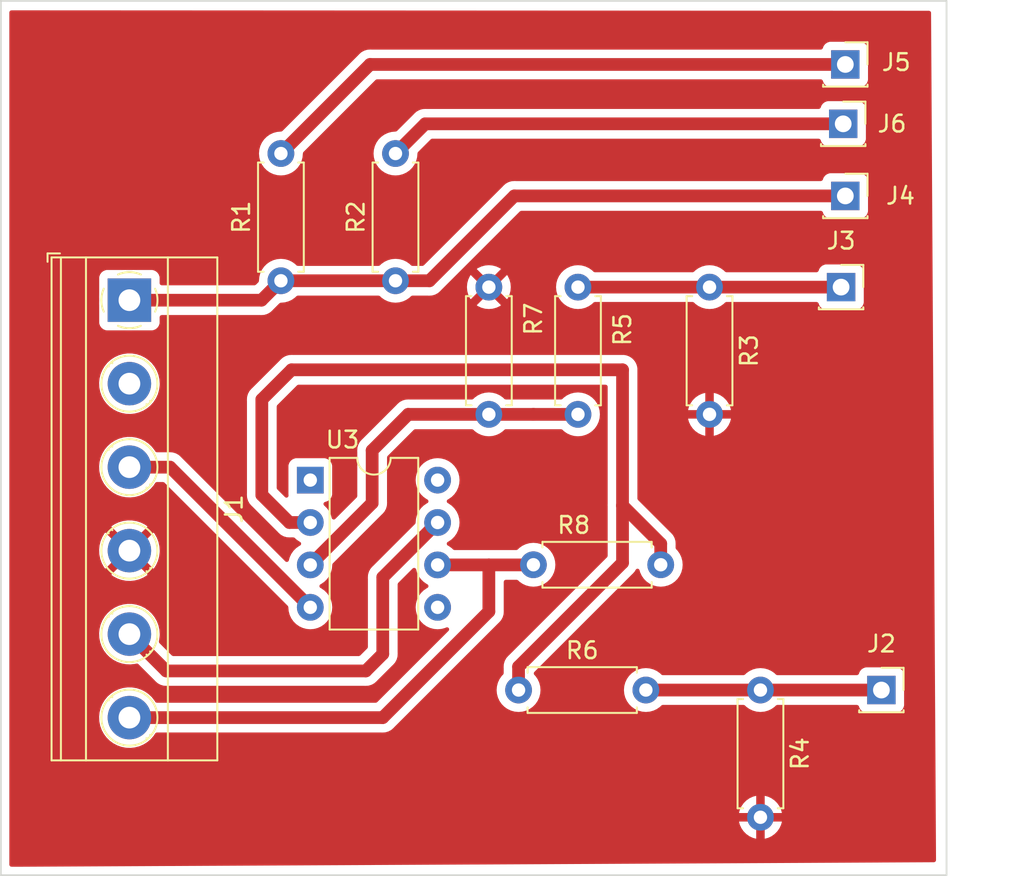
<source format=kicad_pcb>
(kicad_pcb (version 20211014) (generator pcbnew)
  (layers (0 "F.Cu" signal) (31 "B.Cu" signal) (34 "B.Paste" user) (35 "F.Paste" user) (36 "B.SilkS" user "B.Silkscreen") (37 "F.SilkS" user "F.Silkscreen") (38 "B.Mask" user) (39 "F.Mask" user) (44 "Edge.Cuts" user))
  (net 0 "")
  (net 1 "GND")
  (net 2 "Net-(D1-Pad2)")
  (net 3 "/LED_out")
  (net 4 "/5V")
  (net 5 "Net-(R6-Pad1)")
  (net 6 "/+15V")
  (net 8 "/-15V")
  (net 10 "/OUT")
  (net 12 "Net-(R5-Pad2)")
  (net 13 "Net-(D2-Pad2)")
  (net 14 "Net-(J2-Pad1)")
  (net 15 "Net-(J3-Pad1)")
  (footprint "TerminalBlock_Phoenix:TerminalBlock_Phoenix_MKDS-1,5-6_1x06_P5.00mm_Horizontal" (layer "F.Cu") (at 137.49 64.917 -90)
    (fp_text reference "J1" (at 12.5 -6.26 -90) (layer "F.SilkS"))
    (fp_text value "Screw_Terminal_01x06")
    (fp_line (start 13.966 1.239) (end 13.931 1.274) (layer "F.SilkS") (width 0.12))
    (fp_line (start -2.56 -2.301) (end 27.56 -2.301) (layer "F.SilkS") (width 0.12))
    (fp_line (start -2.56 -5.261) (end 27.56 -5.261) (layer "F.SilkS") (width 0.12))
    (fp_line (start 23.966 1.239) (end 23.931 1.274) (layer "F.SilkS") (width 0.12))
    (fp_line (start -2.8 4.16) (end -2.8 4.9) (layer "F.SilkS") (width 0.12))
    (fp_line (start 11.07 -1.275) (end 11.035 -1.239) (layer "F.SilkS") (width 0.12))
    (fp_line (start 13.773 1.023) (end 13.726 1.069) (layer "F.SilkS") (width 0.12))
    (fp_line (start 26.275 -1.069) (end 26.228 -1.023) (layer "F.SilkS") (width 0.12))
    (fp_line (start 27.56 -5.261) (end 27.56 4.66) (layer "F.SilkS") (width 0.12))
    (fp_line (start 18.966 1.239) (end 18.931 1.274) (layer "F.SilkS") (width 0.12))
    (fp_line (start 26.07 -1.275) (end 26.035 -1.239) (layer "F.SilkS") (width 0.12))
    (fp_line (start -2.56 2.6) (end 27.56 2.6) (layer "F.SilkS") (width 0.12))
    (fp_line (start 8.773 1.023) (end 8.726 1.069) (layer "F.SilkS") (width 0.12))
    (fp_line (start -2.8 4.9) (end -2.3 4.9) (layer "F.SilkS") (width 0.12))
    (fp_line (start -2.56 4.66) (end 27.56 4.66) (layer "F.SilkS") (width 0.12))
    (fp_line (start 21.275 -1.069) (end 21.228 -1.023) (layer "F.SilkS") (width 0.12))
    (fp_line (start 23.773 1.023) (end 23.726 1.069) (layer "F.SilkS") (width 0.12))
    (fp_line (start -2.56 -5.261) (end -2.56 4.66) (layer "F.SilkS") (width 0.12))
    (fp_line (start 6.07 -1.275) (end 6.035 -1.239) (layer "F.SilkS") (width 0.12))
    (fp_line (start -2.56 4.1) (end 27.56 4.1) (layer "F.SilkS") (width 0.12))
    (fp_line (start 3.966 1.239) (end 3.931 1.274) (layer "F.SilkS") (width 0.12))
    (fp_line (start 3.773 1.023) (end 3.726 1.069) (layer "F.SilkS") (width 0.12))
    (fp_line (start 18.773 1.023) (end 18.726 1.069) (layer "F.SilkS") (width 0.12))
    (fp_line (start 16.07 -1.275) (end 16.035 -1.239) (layer "F.SilkS") (width 0.12))
    (fp_line (start 8.966 1.239) (end 8.931 1.274) (layer "F.SilkS") (width 0.12))
    (fp_line (start 6.275 -1.069) (end 6.228 -1.023) (layer "F.SilkS") (width 0.12))
    (fp_line (start 16.275 -1.069) (end 16.228 -1.023) (layer "F.SilkS") (width 0.12))
    (fp_line (start 11.275 -1.069) (end 11.228 -1.023) (layer "F.SilkS") (width 0.12))
    (fp_line (start 21.07 -1.275) (end 21.035 -1.239) (layer "F.SilkS") (width 0.12))
    (fp_arc (start -1.535427 0.683042) (mid -1.680501 -0.000524) (end -1.535 -0.684) (layer "F.SilkS") (width 0.12))
    (fp_arc (start 0.028805 1.680253) (mid -0.335551 1.646659) (end -0.684 1.535) (layer "F.SilkS") (width 0.12))
    (fp_arc (start -0.683042 -1.535427) (mid 0.000524 -1.680501) (end 0.684 -1.535) (layer "F.SilkS") (width 0.12))
    (fp_arc (start 1.535427 -0.683042) (mid 1.680501 0.000524) (end 1.535 0.684) (layer "F.SilkS") (width 0.12))
    (fp_arc (start 0.683318 1.534756) (mid 0.349292 1.643288) (end 0 1.68) (layer "F.SilkS") (width 0.12))
    (fp_circle (center 10 0) (end 11.68 0) (layer "F.SilkS") (width 0.12) (fill none))
    (fp_circle (center 20 0) (end 21.68 0) (layer "F.SilkS") (width 0.12) (fill none))
    (fp_circle (center 25 0) (end 26.68 0) (layer "F.SilkS") (width 0.12) (fill none))
    (fp_circle (center 15 0) (end 16.68 0) (layer "F.SilkS") (width 0.12) (fill none))
    (fp_circle (center 5 0) (end 6.68 0) (layer "F.SilkS") (width 0.12) (fill none))
    (pad "1" thru_hole rect (at 0 0 270) (size 2.6 2.6) (drill 1.3) (layers *.Cu *.Mask) (net 4 "/5V"))
    (pad "2" thru_hole circle (at 5 0 270) (size 2.6 2.6) (drill 1.3) (layers *.Cu *.Mask) (net 3 "/LED_out"))
    (pad "3" thru_hole circle (at 10 0 270) (size 2.6 2.6) (drill 1.3) (layers *.Cu *.Mask) (net 8 "/-15V"))
    (pad "4" thru_hole circle (at 15 0 270) (size 2.6 2.6) (drill 1.3) (layers *.Cu *.Mask) (net 1 "GND"))
    (pad "5" thru_hole circle (at 20 0 270) (size 2.6 2.6) (drill 1.3) (layers *.Cu *.Mask) (net 6 "/+15V"))
    (pad "6" thru_hole circle (at 25 0 270) (size 2.6 2.6) (drill 1.3) (layers *.Cu *.Mask) (net 10 "/OUT"))
  )
  (footprint "Resistor_THT:R_Axial_DIN0207_L6.3mm_D2.5mm_P7.62mm_Horizontal" (layer "F.Cu") (at 160.782 88.265)
    (fp_text reference "R6" (at 3.81 -2.37) (layer "F.SilkS"))
    (fp_text value "10k")
    (fp_line (start 0.54 1.04) (end 0.54 1.37) (layer "F.SilkS") (width 0.12))
    (fp_line (start 7.08 1.37) (end 7.08 1.04) (layer "F.SilkS") (width 0.12))
    (fp_line (start 7.08 -1.37) (end 7.08 -1.04) (layer "F.SilkS") (width 0.12))
    (fp_line (start 0.54 -1.04) (end 0.54 -1.37) (layer "F.SilkS") (width 0.12))
    (fp_line (start 0.54 1.37) (end 7.08 1.37) (layer "F.SilkS") (width 0.12))
    (fp_line (start 0.54 -1.37) (end 7.08 -1.37) (layer "F.SilkS") (width 0.12))
    (pad "1" thru_hole circle (at 0 0) (size 1.6 1.6) (drill 0.8) (layers *.Cu *.Mask) (net 5 "Net-(R6-Pad1)"))
    (pad "2" thru_hole oval (at 7.62 0) (size 1.6 1.6) (drill 0.8) (layers *.Cu *.Mask) (net 14 "Net-(J2-Pad1)"))
  )
  (footprint "Resistor_THT:R_Axial_DIN0207_L6.3mm_D2.5mm_P7.62mm_Horizontal" (layer "F.Cu") (at 161.671 80.762)
    (fp_text reference "R8" (at 2.413 -2.37) (layer "F.SilkS"))
    (fp_text value "100k")
    (fp_line (start 0.54 -1.04) (end 0.54 -1.37) (layer "F.SilkS") (width 0.12))
    (fp_line (start 0.54 -1.37) (end 7.08 -1.37) (layer "F.SilkS") (width 0.12))
    (fp_line (start 0.54 1.37) (end 7.08 1.37) (layer "F.SilkS") (width 0.12))
    (fp_line (start 7.08 -1.37) (end 7.08 -1.04) (layer "F.SilkS") (width 0.12))
    (fp_line (start 7.08 1.37) (end 7.08 1.04) (layer "F.SilkS") (width 0.12))
    (fp_line (start 0.54 1.04) (end 0.54 1.37) (layer "F.SilkS") (width 0.12))
    (pad "1" thru_hole circle (at 0 0) (size 1.6 1.6) (drill 0.8) (layers *.Cu *.Mask) (net 10 "/OUT"))
    (pad "2" thru_hole oval (at 7.62 0) (size 1.6 1.6) (drill 0.8) (layers *.Cu *.Mask) (net 5 "Net-(R6-Pad1)"))
  )
  (footprint "Package_DIP:DIP-8_W7.62mm" (layer "F.Cu") (at 148.316 75.692)
    (fp_text reference "U3" (at 1.925 -2.413) (layer "F.SilkS"))
    (fp_text value "LM741")
    (fp_line (start 1.16 8.95) (end 6.46 8.95) (layer "F.SilkS") (width 0.12))
    (fp_line (start 2.81 -1.33) (end 1.16 -1.33) (layer "F.SilkS") (width 0.12))
    (fp_line (start 6.46 -1.33) (end 4.81 -1.33) (layer "F.SilkS") (width 0.12))
    (fp_line (start 1.16 -1.33) (end 1.16 8.95) (layer "F.SilkS") (width 0.12))
    (fp_line (start 6.46 8.95) (end 6.46 -1.33) (layer "F.SilkS") (width 0.12))
    (fp_arc (start 4.81 -1.33) (mid 3.81 -0.33) (end 2.81 -1.33) (layer "F.SilkS") (width 0.12))
    (pad "1" thru_hole rect (at 0 0) (size 1.6 1.6) (drill 0.8) (layers *.Cu *.Mask))
    (pad "2" thru_hole oval (at 0 2.54) (size 1.6 1.6) (drill 0.8) (layers *.Cu *.Mask) (net 5 "Net-(R6-Pad1)"))
    (pad "3" thru_hole oval (at 0 5.08) (size 1.6 1.6) (drill 0.8) (layers *.Cu *.Mask) (net 12 "Net-(R5-Pad2)"))
    (pad "4" thru_hole oval (at 0 7.62) (size 1.6 1.6) (drill 0.8) (layers *.Cu *.Mask) (net 8 "/-15V"))
    (pad "5" thru_hole oval (at 7.62 7.62) (size 1.6 1.6) (drill 0.8) (layers *.Cu *.Mask))
    (pad "6" thru_hole oval (at 7.62 5.08) (size 1.6 1.6) (drill 0.8) (layers *.Cu *.Mask) (net 10 "/OUT"))
    (pad "7" thru_hole oval (at 7.62 2.54) (size 1.6 1.6) (drill 0.8) (layers *.Cu *.Mask) (net 6 "/+15V"))
    (pad "8" thru_hole oval (at 7.62 0) (size 1.6 1.6) (drill 0.8) (layers *.Cu *.Mask))
  )
  (footprint "Resistor_THT:R_Axial_DIN0207_L6.3mm_D2.5mm_P7.62mm_Horizontal" (layer "F.Cu") (at 175.26 88.265 -90)
    (fp_text reference "R4" (at 3.81 -2.37 -90) (layer "F.SilkS"))
    (fp_text value "1k")
    (fp_line (start 0.54 1.37) (end 7.08 1.37) (layer "F.SilkS") (width 0.12))
    (fp_line (start 0.54 -1.37) (end 7.08 -1.37) (layer "F.SilkS") (width 0.12))
    (fp_line (start 7.08 1.37) (end 7.08 1.04) (layer "F.SilkS") (width 0.12))
    (fp_line (start 7.08 -1.37) (end 7.08 -1.04) (layer "F.SilkS") (width 0.12))
    (fp_line (start 0.54 1.04) (end 0.54 1.37) (layer "F.SilkS") (width 0.12))
    (fp_line (start 0.54 -1.04) (end 0.54 -1.37) (layer "F.SilkS") (width 0.12))
    (pad "1" thru_hole circle (at 0 0 270) (size 1.6 1.6) (drill 0.8) (layers *.Cu *.Mask) (net 14 "Net-(J2-Pad1)"))
    (pad "2" thru_hole oval (at 7.62 0 270) (size 1.6 1.6) (drill 0.8) (layers *.Cu *.Mask) (net 1 "GND"))
  )
  (footprint "Resistor_THT:R_Axial_DIN0207_L6.3mm_D2.5mm_P7.62mm_Horizontal" (layer "F.Cu") (at 172.212 64.135 -90)
    (fp_text reference "R3" (at 3.81 -2.37 -90) (layer "F.SilkS"))
    (fp_text value "1k")
    (fp_line (start 0.54 1.37) (end 7.08 1.37) (layer "F.SilkS") (width 0.12))
    (fp_line (start 0.54 -1.04) (end 0.54 -1.37) (layer "F.SilkS") (width 0.12))
    (fp_line (start 0.54 1.04) (end 0.54 1.37) (layer "F.SilkS") (width 0.12))
    (fp_line (start 7.08 1.37) (end 7.08 1.04) (layer "F.SilkS") (width 0.12))
    (fp_line (start 7.08 -1.37) (end 7.08 -1.04) (layer "F.SilkS") (width 0.12))
    (fp_line (start 0.54 -1.37) (end 7.08 -1.37) (layer "F.SilkS") (width 0.12))
    (pad "1" thru_hole circle (at 0 0 270) (size 1.6 1.6) (drill 0.8) (layers *.Cu *.Mask) (net 15 "Net-(J3-Pad1)"))
    (pad "2" thru_hole oval (at 7.62 0 270) (size 1.6 1.6) (drill 0.8) (layers *.Cu *.Mask) (net 1 "GND"))
  )
  (footprint "Resistor_THT:R_Axial_DIN0207_L6.3mm_D2.5mm_P7.62mm_Horizontal" (layer "F.Cu") (at 164.338 64.135 -90)
    (fp_text reference "R5" (at 2.54 -2.667 90) (layer "F.SilkS"))
    (fp_text value "10k")
    (fp_line (start 0.54 1.37) (end 7.08 1.37) (layer "F.SilkS") (width 0.12))
    (fp_line (start 0.54 1.04) (end 0.54 1.37) (layer "F.SilkS") (width 0.12))
    (fp_line (start 0.54 -1.37) (end 7.08 -1.37) (layer "F.SilkS") (width 0.12))
    (fp_line (start 0.54 -1.04) (end 0.54 -1.37) (layer "F.SilkS") (width 0.12))
    (fp_line (start 7.08 -1.37) (end 7.08 -1.04) (layer "F.SilkS") (width 0.12))
    (fp_line (start 7.08 1.37) (end 7.08 1.04) (layer "F.SilkS") (width 0.12))
    (pad "1" thru_hole circle (at 0 0 270) (size 1.6 1.6) (drill 0.8) (layers *.Cu *.Mask) (net 15 "Net-(J3-Pad1)"))
    (pad "2" thru_hole oval (at 7.62 0 270) (size 1.6 1.6) (drill 0.8) (layers *.Cu *.Mask) (net 12 "Net-(R5-Pad2)"))
  )
  (footprint "Connector_PinSocket_2.54mm:PinSocket_1x01_P2.54mm_Vertical" (layer "F.Cu") (at 180.213 54.356)
    (fp_text reference "J6" (at 2.921 0) (layer "F.SilkS"))
    (fp_text value "Screw_Terminal_01x01")
    (fp_line (start 1.33 1.21) (end 1.33 1.33) (layer "F.SilkS") (width 0.12))
    (fp_line (start -1.33 1.33) (end 1.33 1.33) (layer "F.SilkS") (width 0.12))
    (fp_line (start -1.33 1.21) (end -1.33 1.33) (layer "F.SilkS") (width 0.12))
    (fp_line (start 0 -1.33) (end 1.33 -1.33) (layer "F.SilkS") (width 0.12))
    (fp_line (start 1.33 -1.33) (end 1.33 0) (layer "F.SilkS") (width 0.12))
    (pad "1" thru_hole rect (at 0 0) (size 1.7 1.7) (drill 1) (layers *.Cu *.Mask) (net 13 "Net-(D2-Pad2)"))
  )
  (footprint "Resistor_THT:R_Axial_DIN0207_L6.3mm_D2.5mm_P7.62mm_Horizontal" (layer "F.Cu") (at 146.558 63.754 90)
    (fp_text reference "R1" (at 3.81 -2.37 90) (layer "F.SilkS"))
    (fp_text value "350")
    (fp_line (start 7.08 1.37) (end 7.08 1.04) (layer "F.SilkS") (width 0.12))
    (fp_line (start 0.54 -1.04) (end 0.54 -1.37) (layer "F.SilkS") (width 0.12))
    (fp_line (start 0.54 1.37) (end 7.08 1.37) (layer "F.SilkS") (width 0.12))
    (fp_line (start 0.54 1.04) (end 0.54 1.37) (layer "F.SilkS") (width 0.12))
    (fp_line (start 7.08 -1.37) (end 7.08 -1.04) (layer "F.SilkS") (width 0.12))
    (fp_line (start 0.54 -1.37) (end 7.08 -1.37) (layer "F.SilkS") (width 0.12))
    (pad "1" thru_hole circle (at 0 0 90) (size 1.6 1.6) (drill 0.8) (layers *.Cu *.Mask) (net 4 "/5V"))
    (pad "2" thru_hole oval (at 7.62 0 90) (size 1.6 1.6) (drill 0.8) (layers *.Cu *.Mask) (net 2 "Net-(D1-Pad2)"))
  )
  (footprint "Connector_PinSocket_2.54mm:PinSocket_1x01_P2.54mm_Vertical" (layer "F.Cu") (at 182.499 88.265)
    (fp_text reference "J2" (at 0 -2.77) (layer "F.SilkS"))
    (fp_text value "Screw_Terminal_01x01")
    (fp_line (start 1.33 -1.33) (end 1.33 0) (layer "F.SilkS") (width 0.12))
    (fp_line (start -1.33 1.33) (end 1.33 1.33) (layer "F.SilkS") (width 0.12))
    (fp_line (start 1.33 1.21) (end 1.33 1.33) (layer "F.SilkS") (width 0.12))
    (fp_line (start 0 -1.33) (end 1.33 -1.33) (layer "F.SilkS") (width 0.12))
    (fp_line (start -1.33 1.21) (end -1.33 1.33) (layer "F.SilkS") (width 0.12))
    (pad "1" thru_hole rect (at 0 0) (size 1.7 1.7) (drill 1) (layers *.Cu *.Mask) (net 14 "Net-(J2-Pad1)"))
  )
  (footprint "Connector_PinSocket_2.54mm:PinSocket_1x01_P2.54mm_Vertical" (layer "F.Cu") (at 180.086 64.135)
    (fp_text reference "J3" (at 0 -2.77) (layer "F.SilkS"))
    (fp_text value "Screw_Terminal_01x01")
    (fp_line (start 1.33 1.21) (end 1.33 1.33) (layer "F.SilkS") (width 0.12))
    (fp_line (start 0 -1.33) (end 1.33 -1.33) (layer "F.SilkS") (width 0.12))
    (fp_line (start -1.33 1.33) (end 1.33 1.33) (layer "F.SilkS") (width 0.12))
    (fp_line (start -1.33 1.21) (end -1.33 1.33) (layer "F.SilkS") (width 0.12))
    (fp_line (start 1.33 -1.33) (end 1.33 0) (layer "F.SilkS") (width 0.12))
    (pad "1" thru_hole rect (at 0 0) (size 1.7 1.7) (drill 1) (layers *.Cu *.Mask) (net 15 "Net-(J3-Pad1)"))
  )
  (footprint "Connector_PinSocket_2.54mm:PinSocket_1x01_P2.54mm_Vertical" (layer "F.Cu") (at 180.34 58.674)
    (fp_text reference "J4" (at 3.302 0) (layer "F.SilkS"))
    (fp_text value "Screw_Terminal_01x01")
    (fp_line (start 0 -1.33) (end 1.33 -1.33) (layer "F.SilkS") (width 0.12))
    (fp_line (start -1.33 1.33) (end 1.33 1.33) (layer "F.SilkS") (width 0.12))
    (fp_line (start 1.33 -1.33) (end 1.33 0) (layer "F.SilkS") (width 0.12))
    (fp_line (start -1.33 1.21) (end -1.33 1.33) (layer "F.SilkS") (width 0.12))
    (fp_line (start 1.33 1.21) (end 1.33 1.33) (layer "F.SilkS") (width 0.12))
    (pad "1" thru_hole rect (at 0 0) (size 1.7 1.7) (drill 1) (layers *.Cu *.Mask) (net 4 "/5V"))
  )
  (footprint "Resistor_THT:R_Axial_DIN0207_L6.3mm_D2.5mm_P7.62mm_Horizontal" (layer "F.Cu") (at 159.004 64.135 -90)
    (fp_text reference "R7" (at 1.905 -2.667 -90) (layer "F.SilkS"))
    (fp_text value "100k")
    (fp_line (start 7.08 1.37) (end 7.08 1.04) (layer "F.SilkS") (width 0.12))
    (fp_line (start 0.54 1.37) (end 7.08 1.37) (layer "F.SilkS") (width 0.12))
    (fp_line (start 0.54 1.04) (end 0.54 1.37) (layer "F.SilkS") (width 0.12))
    (fp_line (start 0.54 -1.37) (end 7.08 -1.37) (layer "F.SilkS") (width 0.12))
    (fp_line (start 7.08 -1.37) (end 7.08 -1.04) (layer "F.SilkS") (width 0.12))
    (fp_line (start 0.54 -1.04) (end 0.54 -1.37) (layer "F.SilkS") (width 0.12))
    (pad "1" thru_hole circle (at 0 0 270) (size 1.6 1.6) (drill 0.8) (layers *.Cu *.Mask) (net 1 "GND"))
    (pad "2" thru_hole oval (at 7.62 0 270) (size 1.6 1.6) (drill 0.8) (layers *.Cu *.Mask) (net 12 "Net-(R5-Pad2)"))
  )
  (footprint "Resistor_THT:R_Axial_DIN0207_L6.3mm_D2.5mm_P7.62mm_Horizontal" (layer "F.Cu") (at 153.416 63.754 90)
    (fp_text reference "R2" (at 3.81 -2.37 90) (layer "F.SilkS"))
    (fp_text value "350")
    (fp_line (start 0.54 1.04) (end 0.54 1.37) (layer "F.SilkS") (width 0.12))
    (fp_line (start 0.54 -1.37) (end 7.08 -1.37) (layer "F.SilkS") (width 0.12))
    (fp_line (start 0.54 -1.04) (end 0.54 -1.37) (layer "F.SilkS") (width 0.12))
    (fp_line (start 7.08 1.37) (end 7.08 1.04) (layer "F.SilkS") (width 0.12))
    (fp_line (start 7.08 -1.37) (end 7.08 -1.04) (layer "F.SilkS") (width 0.12))
    (fp_line (start 0.54 1.37) (end 7.08 1.37) (layer "F.SilkS") (width 0.12))
    (pad "1" thru_hole circle (at 0 0 90) (size 1.6 1.6) (drill 0.8) (layers *.Cu *.Mask) (net 4 "/5V"))
    (pad "2" thru_hole oval (at 7.62 0 90) (size 1.6 1.6) (drill 0.8) (layers *.Cu *.Mask) (net 13 "Net-(D2-Pad2)"))
  )
  (footprint "Connector_PinSocket_2.54mm:PinSocket_1x01_P2.54mm_Vertical" (layer "F.Cu") (at 180.34 50.8)
    (fp_text reference "J5" (at 3.048 -0.127) (layer "F.SilkS"))
    (fp_text value "Screw_Terminal_01x01")
    (fp_line (start 0 -1.33) (end 1.33 -1.33) (layer "F.SilkS") (width 0.12))
    (fp_line (start 1.33 -1.33) (end 1.33 0) (layer "F.SilkS") (width 0.12))
    (fp_line (start -1.33 1.21) (end -1.33 1.33) (layer "F.SilkS") (width 0.12))
    (fp_line (start -1.33 1.33) (end 1.33 1.33) (layer "F.SilkS") (width 0.12))
    (fp_line (start 1.33 1.21) (end 1.33 1.33) (layer "F.SilkS") (width 0.12))
    (pad "1" thru_hole rect (at 0 0) (size 1.7 1.7) (drill 1) (layers *.Cu *.Mask) (net 2 "Net-(D1-Pad2)"))
  )
  (gr_rect (start 129.794 46.99) (end 186.398 99.356) (layer "Edge.Cuts") (width 0.1) (fill none))
  (segment (start 146.558 56.134) (end 151.892 50.8) (width 0.762) (layer "F.Cu") (net 2))
  (segment (start 151.892 50.8) (end 180.34 50.8) (width 0.762) (layer "F.Cu") (net 2))
  (segment (start 153.416 63.754) (end 155.448 63.754) (width 0.762) (layer "F.Cu") (net 4))
  (segment (start 155.448 63.754) (end 160.528 58.674) (width 0.762) (layer "F.Cu") (net 4))
  (segment (start 145.395 64.917) (end 146.558 63.754) (width 0.762) (layer "F.Cu") (net 4))
  (segment (start 146.558 63.754) (end 153.416 63.754) (width 0.762) (layer "F.Cu") (net 4))
  (segment (start 137.49 64.917) (end 145.395 64.917) (width 0.762) (layer "F.Cu") (net 4))
  (segment (start 160.528 58.674) (end 180.34 58.674) (width 0.762) (layer "F.Cu") (net 4))
  (segment (start 147.193 69.088) (end 167.005 69.088) (width 0.762) (layer "F.Cu") (net 5))
  (segment (start 148.316 78.232) (end 147.066 78.232) (width 0.762) (layer "F.Cu") (net 5))
  (segment (start 145.415 76.581) (end 145.415 70.866) (width 0.762) (layer "F.Cu") (net 5))
  (segment (start 167.005 80.645) (end 160.782 86.868) (width 0.762) (layer "F.Cu") (net 5))
  (segment (start 160.782 86.868) (end 160.782 88.265) (width 0.762) (layer "F.Cu") (net 5))
  (segment (start 169.291 80.762) (end 169.291 79.502) (width 0.762) (layer "F.Cu") (net 5))
  (segment (start 169.291 79.502) (end 167.005 77.216) (width 0.762) (layer "F.Cu") (net 5))
  (segment (start 167.005 77.216) (end 167.005 80.645) (width 0.762) (layer "F.Cu") (net 5))
  (segment (start 145.415 70.866) (end 147.193 69.088) (width 0.762) (layer "F.Cu") (net 5))
  (segment (start 147.066 78.232) (end 145.415 76.581) (width 0.762) (layer "F.Cu") (net 5))
  (segment (start 167.005 69.088) (end 167.005 77.216) (width 0.762) (layer "F.Cu") (net 5))
  (segment (start 152.654 81.514) (end 152.654 86.106) (width 0.762) (layer "F.Cu") (net 6))
  (segment (start 151.638 87.122) (end 139.695 87.122) (width 0.762) (layer "F.Cu") (net 6))
  (segment (start 155.936 78.232) (end 152.654 81.514) (width 0.762) (layer "F.Cu") (net 6))
  (segment (start 152.654 86.106) (end 151.638 87.122) (width 0.762) (layer "F.Cu") (net 6))
  (segment (start 139.695 87.122) (end 137.49 84.917) (width 0.762) (layer "F.Cu") (net 6))
  (segment (start 139.921 74.917) (end 137.49 74.917) (width 0.762) (layer "F.Cu") (net 8))
  (segment (start 148.316 83.312) (end 139.921 74.917) (width 0.762) (layer "F.Cu") (net 8))
  (segment (start 155.936 80.772) (end 159.004 80.772) (width 0.762) (layer "F.Cu") (net 10))
  (segment (start 152.653 89.917) (end 159.004 83.566) (width 0.762) (layer "F.Cu") (net 10))
  (segment (start 161.661 80.772) (end 161.671 80.762) (width 0.762) (layer "F.Cu") (net 10))
  (segment (start 137.49 89.917) (end 152.653 89.917) (width 0.762) (layer "F.Cu") (net 10))
  (segment (start 159.004 83.566) (end 159.004 80.772) (width 0.762) (layer "F.Cu") (net 10))
  (segment (start 159.004 80.772) (end 161.661 80.772) (width 0.762) (layer "F.Cu") (net 10))
  (segment (start 154.178 71.755) (end 159.004 71.755) (width 0.762) (layer "F.Cu") (net 12))
  (segment (start 161.671 71.755) (end 159.004 71.755) (width 0.762) (layer "F.Cu") (net 12))
  (segment (start 161.671 71.755) (end 164.338 71.755) (width 0.762) (layer "F.Cu") (net 12))
  (segment (start 152.019 77.069) (end 152.019 73.914) (width 0.762) (layer "F.Cu") (net 12))
  (segment (start 148.316 80.772) (end 152.019 77.069) (width 0.762) (layer "F.Cu") (net 12))
  (segment (start 152.019 73.914) (end 154.178 71.755) (width 0.762) (layer "F.Cu") (net 12))
  (segment (start 180.213 54.356) (end 155.194 54.356) (width 0.762) (layer "F.Cu") (net 13))
  (segment (start 155.194 54.356) (end 153.416 56.134) (width 0.762) (layer "F.Cu") (net 13))
  (segment (start 168.402 88.265) (end 175.26 88.265) (width 0.762) (layer "F.Cu") (net 14))
  (segment (start 175.26 88.265) (end 182.499 88.265) (width 0.762) (layer "F.Cu") (net 14))
  (segment (start 164.338 64.135) (end 172.212 64.135) (width 0.762) (layer "F.Cu") (net 15))
  (segment (start 172.212 64.135) (end 180.086 64.135) (width 0.762) (layer "F.Cu") (net 15))
  (zone (net 1) (net_name "GND") (layer "F.Cu") (connect_pads (clearance 0.508)) (min_thickness 0.254) (fill yes (thermal_gap 0.508) (thermal_bridge_width 0.508))
    (polygon (pts (xy 185.471203 47.584132) (xy 185.769764 98.576901) (xy 130.234313 98.850526) (xy 130.225431 47.558268)))
  )
)
</source>
